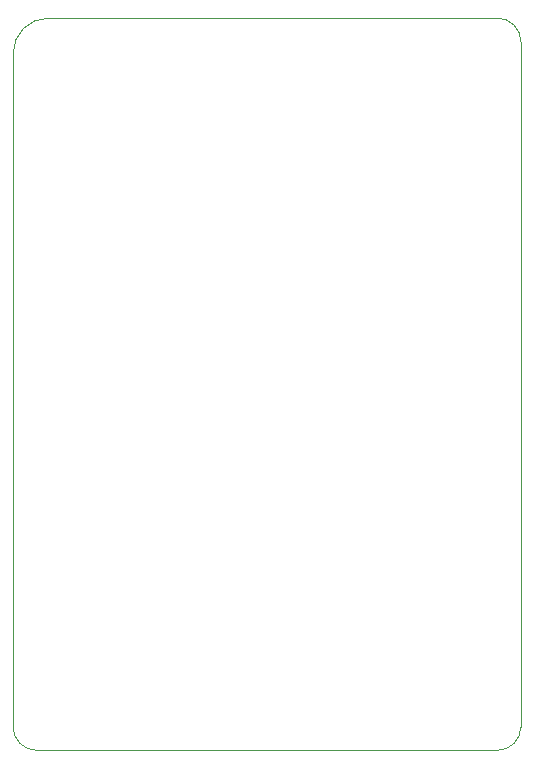
<source format=gbr>
%TF.GenerationSoftware,KiCad,Pcbnew,6.0.11-2627ca5db0~126~ubuntu22.04.1*%
%TF.CreationDate,2023-07-14T17:47:18-07:00*%
%TF.ProjectId,small-display,736d616c-6c2d-4646-9973-706c61792e6b,rev?*%
%TF.SameCoordinates,Original*%
%TF.FileFunction,Profile,NP*%
%FSLAX46Y46*%
G04 Gerber Fmt 4.6, Leading zero omitted, Abs format (unit mm)*
G04 Created by KiCad (PCBNEW 6.0.11-2627ca5db0~126~ubuntu22.04.1) date 2023-07-14 17:47:18*
%MOMM*%
%LPD*%
G01*
G04 APERTURE LIST*
%TA.AperFunction,Profile*%
%ADD10C,0.050000*%
%TD*%
G04 APERTURE END LIST*
D10*
X43000000Y-2000000D02*
G75*
G03*
X41000000Y0I-2000000J0D01*
G01*
X3000000Y0D02*
G75*
G03*
X0Y-3000000I0J-3000000D01*
G01*
X41000000Y-62000000D02*
X2000000Y-62000000D01*
X3000000Y0D02*
X41000000Y0D01*
X0Y-60000000D02*
X0Y-3000000D01*
X41000000Y-62000000D02*
G75*
G03*
X43000000Y-60000000I0J2000000D01*
G01*
X0Y-60000000D02*
G75*
G03*
X2000000Y-62000000I2000000J0D01*
G01*
X43000000Y-2000000D02*
X43000000Y-60000000D01*
M02*

</source>
